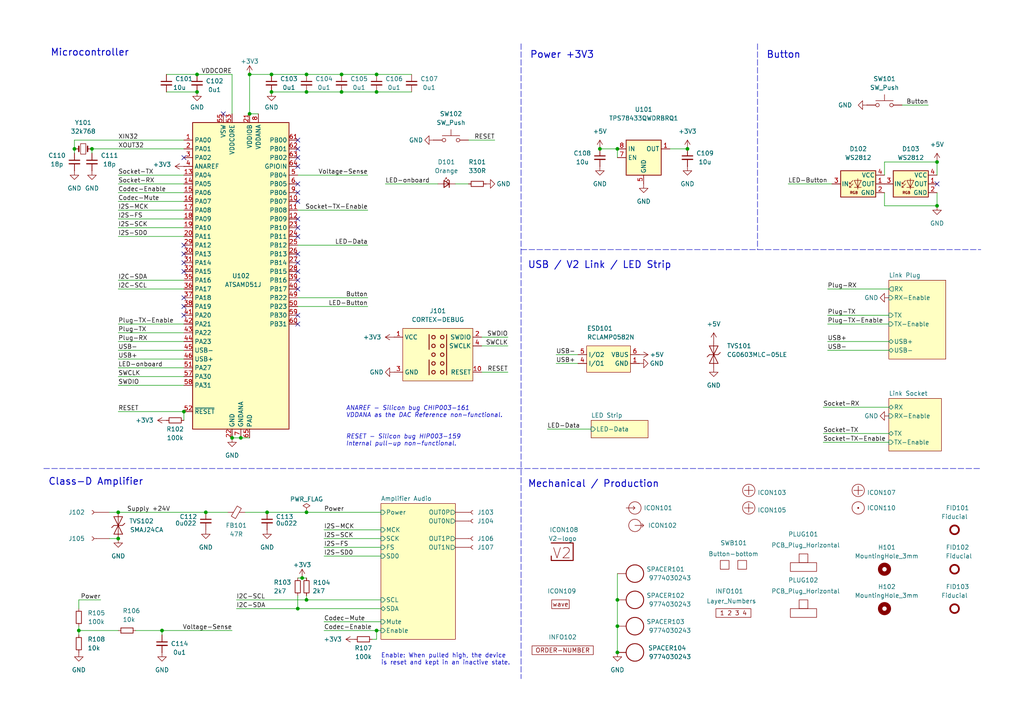
<source format=kicad_sch>
(kicad_sch (version 20231120) (generator "eeschema") (generator_version "8.0")
  (paper "A4")
  (title_block (title "V2 wave") (date "2024-06-20") (rev "3") (company "Versio Duo") (comment 1 "Power Amplifier"))
  (lib_symbols
    (symbol "Device:C_Small" (pin_numbers hide) (pin_names (offset 0.254) hide)
      (property "Reference" "C" (at 0.254 1.778 0))
      (property "Value" "C_Small" (at 0.254 -2.032 0))
      (symbol "C_Small_1_1"
        (pin passive line (at 0 2.54 270) (length 2.032) (name "~") (number "1"))
        (pin passive line (at 0 -2.54 90) (length 2.032) (name "~") (number "2"))
      )
    )
    (symbol "Device:Crystal_Small" (pin_numbers hide) (pin_names (offset 1.016) hide)
      (property "Reference" "Y" (at 0 2.54 0))
      (property "Value" "Crystal_Small" (at 0 -2.54 0))
      (symbol "Crystal_Small_1_1"
        (pin passive line (at -2.54 0 0) (length 1.27) (name "1") (number "1"))
        (pin passive line (at 2.54 0 180) (length 1.27) (name "2") (number "2"))
      )
    )
    (symbol "Device:FerriteBead_Small" (pin_numbers hide) (pin_names (offset 0))
      (property "Reference" "FB" (at 1.905 1.27 0))
      (property "Value" "FerriteBead_Small" (at 1.905 -1.27 0))
      (symbol "FerriteBead_Small_1_1"
        (pin passive line (at 0 2.54 270) (length 1.27) (name "~") (number "1"))
        (pin passive line (at 0 -2.54 90) (length 1.27) (name "~") (number "2"))
      )
    )
    (symbol "Device:LED_Small" (pin_numbers hide) (pin_names (offset 0.254) hide)
      (property "Reference" "D" (at -1.27 3.175 0))
      (property "Value" "LED_Small" (at -4.445 -2.54 0))
      (symbol "LED_Small_1_1"
        (pin passive line (at -2.54 0 0) (length 1.778) (name "K") (number "1"))
        (pin passive line (at 2.54 0 180) (length 1.778) (name "A") (number "2"))
      )
    )
    (symbol "Device:R_Small" (pin_numbers hide) (pin_names (offset 0.254) hide)
      (property "Reference" "R" (at 0.762 0.508 0))
      (property "Value" "R_Small" (at 0.762 -1.016 0))
      (symbol "R_Small_1_1"
        (pin passive line (at 0 2.54 270) (length 0.762) (name "~") (number "1"))
        (pin passive line (at 0 -2.54 90) (length 0.762) (name "~") (number "2"))
      )
    )
    (symbol "Switch:SW_Push" (pin_numbers hide) (pin_names (offset 1.016) hide)
      (property "Reference" "SW" (at 1.27 2.54 0))
      (property "Value" "SW_Push" (at 0 -1.524 0))
      (symbol "SW_Push_0_1"
        (pin passive line (at -5.08 0 0) (length 2.54) (name "1") (number "1"))
        (pin passive line (at 5.08 0 180) (length 2.54) (name "2") (number "2"))
      )
    )
    (symbol "V2_Artwork:Arrow_In" (in_bom no)
      (property "Reference" "ICON" (at -2.54 2.54 0))
    )
    (symbol "V2_Artwork:Arrow_Out" (in_bom no)
      (property "Reference" "ICON" (at -2.54 2.54 0))
    )
    (symbol "V2_Artwork:Board_wave" (in_bom no)
      (property "Reference" "ICON" (at 0 2.54 0))
      (symbol "Board_wave_1_0"
        (text "wave" (at 0 0 0) (effects (font (size 1.27 1.27))))
      )
    )
    (symbol "V2_Artwork:Dot" (in_bom no)
      (property "Reference" "ICON" (at -2.54 2.54 0))
    )
    (symbol "V2_Artwork:Plus" (in_bom no)
      (property "Reference" "ICON" (at -2.54 2.54 0))
    )
    (symbol "V2_Artwork:V2-logo" (in_bom no)
      (property "Reference" "ICON" (at -3.302 3.81 0))
      (symbol "V2-logo_1_0"
        (text "V2" (at -0.2055 -0.4053 0) (effects (font (size 3 3))))
      )
    )
    (symbol "V2_Connector_WAGO:2065" (pin_numbers hide) (pin_names (offset 1.016) hide)
      (property "Reference" "J" (at -5.08 6.35 0))
      (symbol "2065_1_1"
        (pin passive line (at -5.08 0 0) (length 3.81) (name "") (number "1"))
      )
    )
    (symbol "V2_Cortex_Debug:Cortex_Debug" (in_bom no)
      (property "Reference" "J" (at -8.89 11.43 0))
      (property "Value" "Cortex_Debug" (at -8.89 8.89 0))
      (symbol "Cortex_Debug_1_0"
        (pin power_in line (at -11.43 5.08 0) (length 2.54) (name "VCC") (number "1"))
        (pin input line (at 13.97 -5.08 180) (length 2.54) (name "RESET") (number "10"))
        (pin bidirectional line (at 13.97 5.08 180) (length 2.54) (name "SWDIO") (number "2"))
        (pin power_in line (at -11.43 -5.08 0) (length 2.54) (name "GND") (number "3"))
        (pin input line (at 13.97 2.54 180) (length 2.54) (name "SWCLK") (number "4"))
        (pin passive line (at -11.43 -5.08 0) (length 2.54) hide (name "GND") (number "5"))
      )
    )
    (symbol "V2_Diode:CG0603MLC-05LE" (pin_numbers hide) (pin_names hide)
      (property "Reference" "TVS" (at -1.27 3.81 0))
      (property "Value" "CG0603MLC-05LE" (at 0 -3.81 0))
      (symbol "CG0603MLC-05LE_1_1"
        (pin passive line (at -3.81 0 0) (length 2.54) (name "K") (number "1"))
        (pin passive line (at 3.81 0 180) (length 2.54) (name "A") (number "2"))
      )
    )
    (symbol "V2_Diode:SMAJ24CA" (pin_numbers hide) (pin_names hide)
      (property "Reference" "TVS" (at -1.27 3.81 0))
      (property "Value" "SMAJ24CA" (at 0 -3.81 0))
      (symbol "SMAJ24CA_1_1"
        (pin passive line (at -3.81 0 0) (length 2.54) (name "K") (number "1"))
        (pin passive line (at 3.81 0 180) (length 2.54) (name "A") (number "2"))
      )
    )
    (symbol "V2_ESD_Suppressor:RCLAMP0582N"
      (property "Reference" "ESD" (at -6.35 6.35 0))
      (property "Value" "RCLAMP0582N" (at -6.35 3.81 0))
      (symbol "RCLAMP0582N_1_0"
        (pin power_in line (at 8.89 -2.54 180) (length 2.54) (name "GND") (number "1"))
        (pin no_connect line (at 2.54 -10.16 0) (length 2.54) hide (name "") (number "3"))
        (pin bidirectional line (at -8.89 -2.54 0) (length 2.54) (name "I/O1") (number "4"))
        (pin bidirectional line (at -8.89 0 0) (length 2.54) (name "I/O2") (number "5"))
        (pin power_in line (at 8.89 0 180) (length 2.54) (name "VBUS") (number "6"))
      )
      (symbol "RCLAMP0582N_1_1"
        (pin no_connect line (at 2.54 -7.62 0) (length 2.54) hide (name "") (number "2"))
      )
    )
    (symbol "V2_LED:WS2812" (pin_names (offset 0.254))
      (property "Reference" "D3" (at 0 11.43 0))
      (property "Value" "WS2812" (at 0 8.89 0))
      (symbol "WS2812_0_0"
        (text "RGB" (at -1.27 -1.27 0) (effects (font (size 0.762 0.762))))
      )
      (symbol "WS2812_1_1"
        (pin output line (at 7.62 1.27 180) (length 2.54) (name "OUT") (number "1"))
        (pin power_in line (at 7.62 -1.27 180) (length 2.54) (name "GND") (number "2"))
        (pin input line (at -7.62 1.27 0) (length 2.54) (name "IN") (number "3"))
        (pin power_in line (at 7.62 3.81 180) (length 2.54) (name "VCC") (number "4"))
      )
    )
    (symbol "V2_MCU_Microchip_SAMD:ATSAMD51J"
      (property "Reference" "U" (at 5.08 -44.45 0))
      (property "Value" "ATSAMD51J" (at 5.08 -46.99 0))
      (symbol "ATSAMD51J_1_0"
        (pin bidirectional line (at 16.51 31.75 180) (length 2.54) (name "PB03") (number "64") (alternate "GPIOIN" input line))
      )
      (symbol "ATSAMD51J_1_1"
        (pin bidirectional line (at -16.51 39.37 0) (length 2.54) (name "PA00") (number "1"))
        (pin bidirectional line (at 16.51 21.59 180) (length 2.54) (name "PB07") (number "10"))
        (pin bidirectional line (at 16.51 19.05 180) (length 2.54) (name "PB08") (number "11"))
        (pin bidirectional line (at 16.51 16.51 180) (length 2.54) (name "PB09") (number "12"))
        (pin bidirectional line (at -16.51 29.21 0) (length 2.54) (name "PA04") (number "13"))
        (pin bidirectional line (at -16.51 26.67 0) (length 2.54) (name "PA05") (number "14"))
        (pin bidirectional line (at -16.51 24.13 0) (length 2.54) (name "PA06") (number "15"))
        (pin bidirectional line (at -16.51 21.59 0) (length 2.54) (name "PA07") (number "16"))
        (pin bidirectional line (at -16.51 19.05 0) (length 2.54) (name "PA08") (number "17"))
        (pin bidirectional line (at -16.51 16.51 0) (length 2.54) (name "PA09") (number "18"))
        (pin bidirectional line (at -16.51 13.97 0) (length 2.54) (name "PA10") (number "19"))
        (pin bidirectional line (at -16.51 36.83 0) (length 2.54) (name "PA01") (number "2"))
        (pin bidirectional line (at -16.51 11.43 0) (length 2.54) (name "PA11") (number "20"))
        (pin power_in line (at 2.54 46.99 270) (length 2.54) (name "VDDIOB") (number "21"))
        (pin power_in line (at -2.54 -46.99 90) (length 2.54) (name "GND") (number "22"))
        (pin bidirectional line (at 16.51 13.97 180) (length 2.54) (name "PB10") (number "23"))
        (pin bidirectional line (at 16.51 11.43 180) (length 2.54) (name "PB11") (number "24"))
        (pin bidirectional line (at 16.51 8.89 180) (length 2.54) (name "PB12") (number "25"))
        (pin bidirectional line (at 16.51 6.35 180) (length 2.54) (name "PB13") (number "26"))
        (pin bidirectional line (at 16.51 3.81 180) (length 2.54) (name "PB14") (number "27"))
        (pin bidirectional line (at 16.51 1.27 180) (length 2.54) (name "PB15") (number "28"))
        (pin bidirectional line (at -16.51 8.89 0) (length 2.54) (name "PA12") (number "29"))
        (pin bidirectional line (at -16.51 34.29 0) (length 2.54) (name "PA02") (number "3"))
        (pin bidirectional line (at -16.51 6.35 0) (length 2.54) (name "PA13") (number "30"))
        (pin bidirectional line (at -16.51 3.81 0) (length 2.54) (name "PA14") (number "31"))
        (pin bidirectional line (at -16.51 1.27 0) (length 2.54) (name "PA15") (number "32"))
        (pin passive line (at -2.54 -46.99 90) (length 2.54) hide (name "GND") (number "33"))
        (pin passive line (at 2.54 46.99 270) (length 2.54) hide (name "VDDIO") (number "34"))
        (pin bidirectional line (at -16.51 -1.27 0) (length 2.54) (name "PA16") (number "35"))
        (pin bidirectional line (at -16.51 -3.81 0) (length 2.54) (name "PA17") (number "36"))
        (pin bidirectional line (at -16.51 -6.35 0) (length 2.54) (name "PA18") (number "37"))
        (pin bidirectional line (at -16.51 -8.89 0) (length 2.54) (name "PA19") (number "38"))
        (pin bidirectional line (at 16.51 -1.27 180) (length 2.54) (name "PB16") (number "39"))
        (pin bidirectional line (at -16.51 31.75 0) (length 2.54) (name "PA03") (number "4") (alternate "ANAREF" input line))
        (pin bidirectional line (at 16.51 -3.81 180) (length 2.54) (name "PB17") (number "40"))
        (pin bidirectional line (at -16.51 -11.43 0) (length 2.54) (name "PA20") (number "41"))
        (pin bidirectional line (at -16.51 -13.97 0) (length 2.54) (name "PA21") (number "42"))
        (pin bidirectional line (at -16.51 -16.51 0) (length 2.54) (name "PA22") (number "43"))
        (pin bidirectional line (at -16.51 -19.05 0) (length 2.54) (name "PA23") (number "44"))
        (pin bidirectional line (at -16.51 -21.59 0) (length 2.54) (name "PA24") (number "45") (alternate "USB-" bidirectional line))
        (pin bidirectional line (at -16.51 -24.13 0) (length 2.54) (name "PA25") (number "46") (alternate "USB+" bidirectional line))
        (pin passive line (at -2.54 -46.99 90) (length 2.54) hide (name "GND") (number "47"))
        (pin passive line (at 2.54 46.99 270) (length 2.54) hide (name "VDDIO") (number "48"))
        (pin bidirectional line (at 16.51 -6.35 180) (length 2.54) (name "PB22") (number "49"))
        (pin bidirectional line (at 16.51 29.21 180) (length 2.54) (name "PB04") (number "5"))
        (pin bidirectional line (at 16.51 -8.89 180) (length 2.54) (name "PB23") (number "50"))
        (pin bidirectional line (at -16.51 -26.67 0) (length 2.54) (name "PA27") (number "51"))
        (pin input line (at -16.51 -39.37 0) (length 2.54) (name "~{RESET}") (number "52"))
        (pin power_out line (at -2.54 46.99 270) (length 2.54) (name "VDDCORE") (number "53"))
        (pin passive line (at -2.54 -46.99 90) (length 2.54) hide (name "GND") (number "54"))
        (pin power_in line (at -5.08 46.99 270) (length 2.54) (name "VSW") (number "55"))
        (pin passive line (at 2.54 46.99 270) (length 2.54) hide (name "VDDIO") (number "56"))
        (pin bidirectional line (at -16.51 -29.21 0) (length 2.54) (name "PA30") (number "57"))
        (pin bidirectional line (at -16.51 -31.75 0) (length 2.54) (name "PA31") (number "58"))
        (pin bidirectional line (at 16.51 -11.43 180) (length 2.54) (name "PB30") (number "59"))
        (pin bidirectional line (at 16.51 26.67 180) (length 2.54) (name "PB05") (number "6"))
        (pin bidirectional line (at 16.51 -13.97 180) (length 2.54) (name "PB31") (number "60"))
        (pin bidirectional line (at 16.51 39.37 180) (length 2.54) (name "PB00") (number "61"))
        (pin bidirectional line (at 16.51 36.83 180) (length 2.54) (name "PB01") (number "62"))
        (pin bidirectional line (at 16.51 34.29 180) (length 2.54) (name "PB02") (number "63"))
        (pin power_in line (at 2.54 -46.99 90) (length 2.54) (name "PAD") (number "65"))
        (pin power_in line (at 0 -46.99 90) (length 2.54) (name "GNDANA") (number "7"))
        (pin power_in line (at 5.08 46.99 270) (length 2.54) (name "VDDANA") (number "8"))
        (pin bidirectional line (at 16.51 24.13 180) (length 2.54) (name "PB06") (number "9"))
      )
    )
    (symbol "V2_Mechanical:Fiducial_Paste" (in_bom no)
      (property "Reference" "FID" (at 0 5.08 0))
      (property "Value" "Fiducial_Paste" (at 0 3.175 0))
    )
    (symbol "V2_Mechanical:MountingHole_3mm" (pin_names (offset 1.016)) (in_bom no)
      (property "Reference" "H" (at 0 5.08 0))
      (property "Value" "MountingHole_3mm" (at 0 3.175 0))
    )
    (symbol "V2_PCB_Devices:Button-bottom" (in_bom no)
      (property "Reference" "SWB1" (at -2.54 3.81 0))
      (property "Value" "Button-bottom" (at -6.35 -3.81 0))
    )
    (symbol "V2_PCB_Devices:PCB_Plug_Horizontal" (in_bom no)
      (property "Reference" "PLUG" (at 0 -5.08 0))
      (property "Value" "PCB_Plug_Horizontal" (at 1.27 -8.89 0))
    )
    (symbol "V2_Production:Layer_Numbers" (in_bom no)
      (property "Reference" "INFO" (at 0 3.81 0))
      (property "Value" "Layer_Numbers" (at 0 -3.81 0))
      (symbol "Layer_Numbers_0_0"
        (text "1 2 3 4" (at 0 0 0) (effects (font (size 1.27 1.27))))
      )
    )
    (symbol "V2_Production:Order_Number" (in_bom no)
      (property "Reference" "INFO" (at 0 2.54 0))
      (symbol "Order_Number_0_0"
        (text "ORDER-NUMBER" (at 0 0 0) (effects (font (size 1.27 1.27))))
      )
    )
    (symbol "V2_Regulator_Linear:TPS78433QWDRBRQ1"
      (property "Reference" "U" (at -5.08 10.16 0))
      (property "Value" "TPS78433QWDRBRQ1 " (at -5.08 7.62 0))
      (symbol "TPS78433QWDRBRQ1_0_1"
        (pin power_out line (at 7.62 2.54 180) (length 2.54) (name "OUT") (number "1"))
        (pin no_connect line (at 0 -19.05 180) (length 2.54) hide (name "") (number "2"))
        (pin no_connect line (at 0 -21.59 180) (length 2.54) hide (name "") (number "3"))
        (pin no_connect line (at 0 -24.13 180) (length 2.54) hide (name "") (number "4"))
        (pin power_in line (at 0 -7.62 90) (length 2.54) (name "GND") (number "5"))
        (pin no_connect line (at 0 -26.67 180) (length 2.54) hide (name "") (number "6"))
        (pin input line (at -7.62 0 0) (length 2.54) (name "EN") (number "7"))
        (pin power_in line (at -7.62 2.54 0) (length 2.54) (name "IN") (number "8"))
      )
      (symbol "TPS78433QWDRBRQ1_1_1"
        (pin passive line (at 0 -7.62 90) (length 2.54) hide (name "GND") (number "9"))
      )
    )
    (symbol "V2_Spacer_Wurth:9774030243" (pin_numbers hide) (pin_names hide)
      (property "Reference" "SPACER" (at 0 7.62 0))
      (property "Value" "9774030243" (at 0 5.08 0))
      (symbol "9774030243_1_0"
        (pin passive line (at -5.08 0 0) (length 2.54) (name "1") (number "1"))
      )
    )
    (symbol "power:+3V3" (power) (pin_numbers hide) (pin_names (offset 0) hide)
      (property "Value" "+3V3" (at 0 3.556 0))
      (symbol "+3V3_1_1"
        (pin power_in line (at 0 0 90) (length 0) (name "~") (number "1"))
      )
    )
    (symbol "power:+5V" (power) (pin_numbers hide) (pin_names (offset 0) hide)
      (property "Value" "+5V" (at 0 3.556 0))
      (symbol "+5V_1_1"
        (pin power_in line (at 0 0 90) (length 0) (name "~") (number "1"))
      )
    )
    (symbol "power:GND" (power) (pin_numbers hide) (pin_names (offset 0) hide)
      (property "Value" "GND" (at 0 -3.81 0))
      (symbol "GND_1_1"
        (pin power_in line (at 0 0 270) (length 0) (name "~") (number "1"))
      )
    )
    (symbol "power:PWR_FLAG" (power) (pin_numbers hide) (pin_names (offset 0) hide)
      (property "Value" "PWR_FLAG" (at 0 3.81 0))
      (symbol "PWR_FLAG_0_0"
        (pin power_out line (at 0 0 90) (length 0) (name "~") (number "1"))
      )
    )
  )
  (junction (at 88.9 21.59))
  (junction (at 72.39 33.02))
  (junction (at 88.9 148.59))
  (junction (at 57.15 21.59))
  (junction (at 78.74 26.67))
  (junction (at 99.06 26.67))
  (junction (at 173.99 43.18))
  (junction (at 34.29 148.59))
  (junction (at 179.07 189.23))
  (junction (at 34.29 156.21))
  (junction (at 99.06 21.59))
  (junction (at 78.74 21.59))
  (junction (at 88.9 26.67))
  (junction (at 88.9 173.99))
  (junction (at 86.36 176.53))
  (junction (at 67.31 127))
  (junction (at 109.22 21.59))
  (junction (at 59.69 148.59))
  (junction (at 21.59 43.18))
  (junction (at 69.85 127))
  (junction (at 72.39 21.59))
  (junction (at 271.78 59.69))
  (junction (at 179.07 173.99))
  (junction (at 22.86 182.88))
  (junction (at 46.99 182.88))
  (junction (at 109.22 182.88))
  (junction (at 77.47 148.59))
  (junction (at 179.07 43.18))
  (junction (at 26.67 43.18))
  (junction (at 179.07 181.61))
  (junction (at 199.39 43.18))
  (junction (at 109.22 26.67))
  (junction (at 87.63 167.64))
  (junction (at 271.78 46.99))
  (junction (at 57.15 26.67))
  (junction (at 53.34 119.38))
  (no_connect (at 86.36 78.74))
  (no_connect (at 86.36 91.44))
  (no_connect (at 86.36 66.04))
  (no_connect (at 86.36 76.2))
  (no_connect (at 53.34 88.9))
  (no_connect (at 86.36 63.5))
  (no_connect (at 53.34 91.44))
  (no_connect (at 53.34 45.72))
  (no_connect (at 86.36 53.34))
  (no_connect (at 86.36 55.88))
  (no_connect (at 86.36 40.64))
  (no_connect (at 86.36 58.42))
  (no_connect (at 86.36 83.82))
  (no_connect (at 86.36 43.18))
  (no_connect (at 86.36 81.28))
  (no_connect (at 86.36 48.26))
  (no_connect (at 86.36 68.58))
  (no_connect (at 53.34 76.2))
  (no_connect (at 64.77 33.02))
  (no_connect (at 53.34 73.66))
  (no_connect (at 86.36 73.66))
  (no_connect (at 53.34 71.12))
  (no_connect (at 53.34 78.74))
  (no_connect (at 271.78 53.34))
  (no_connect (at 86.36 93.98))
  (no_connect (at 53.34 86.36))
  (no_connect (at 86.36 45.72))
  (wire (pts (xy 132.08 53.34) (xy 135.89 53.34)))
  (wire (pts (xy 68.58 173.99) (xy 88.9 173.99)))
  (wire (pts (xy 53.34 93.98) (xy 34.29 93.98)))
  (wire (pts (xy 39.37 182.88) (xy 46.99 182.88)))
  (wire (pts (xy 173.99 43.18) (xy 179.07 43.18)))
  (wire (pts (xy 72.39 21.59) (xy 72.39 33.02)))
  (wire (pts (xy 93.98 180.34) (xy 110.49 180.34)))
  (wire (pts (xy 86.36 167.64) (xy 87.63 167.64)))
  (wire (pts (xy 257.81 99.06) (xy 240.03 99.06)))
  (wire (pts (xy 256.54 50.8) (xy 256.54 46.99)))
  (wire (pts (xy 257.81 128.27) (xy 238.76 128.27)))
  (wire (pts (xy 34.29 63.5) (xy 53.34 63.5)))
  (wire (pts (xy 93.98 153.67) (xy 110.49 153.67)))
  (wire (pts (xy 21.59 40.64) (xy 53.34 40.64)))
  (wire (pts (xy 34.29 55.88) (xy 53.34 55.88)))
  (polyline (pts (xy 12.7 135.89) (xy 284.48 135.89)) (stroke (width 0) (type dash)))
  (wire (pts (xy 257.81 91.44) (xy 240.03 91.44)))
  (wire (pts (xy 22.86 181.61) (xy 22.86 182.88)))
  (wire (pts (xy 109.22 185.42) (xy 107.95 185.42)))
  (wire (pts (xy 34.29 83.82) (xy 53.34 83.82)))
  (wire (pts (xy 34.29 68.58) (xy 53.34 68.58)))
  (wire (pts (xy 139.7 97.79) (xy 147.32 97.79)))
  (wire (pts (xy 69.85 127) (xy 72.39 127)))
  (wire (pts (xy 22.86 184.15) (xy 22.86 182.88)))
  (wire (pts (xy 34.29 111.76) (xy 53.34 111.76)))
  (wire (pts (xy 67.31 182.88) (xy 46.99 182.88)))
  (wire (pts (xy 21.59 40.64) (xy 21.59 43.18)))
  (wire (pts (xy 109.22 182.88) (xy 110.49 182.88)))
  (wire (pts (xy 179.07 166.37) (xy 179.07 173.99)))
  (wire (pts (xy 88.9 148.59) (xy 110.49 148.59)))
  (wire (pts (xy 53.34 96.52) (xy 34.29 96.52)))
  (wire (pts (xy 238.76 125.73) (xy 257.81 125.73)))
  (wire (pts (xy 256.54 59.69) (xy 271.78 59.69)))
  (wire (pts (xy 88.9 172.72) (xy 88.9 173.99)))
  (wire (pts (xy 161.29 105.41) (xy 167.64 105.41)))
  (wire (pts (xy 256.54 46.99) (xy 271.78 46.99)))
  (wire (pts (xy 88.9 26.67) (xy 99.06 26.67)))
  (wire (pts (xy 34.29 60.96) (xy 53.34 60.96)))
  (wire (pts (xy 57.15 21.59) (xy 48.26 21.59)))
  (wire (pts (xy 34.29 119.38) (xy 53.34 119.38)))
  (wire (pts (xy 67.31 127) (xy 69.85 127)))
  (wire (pts (xy 109.22 21.59) (xy 119.38 21.59)))
  (wire (pts (xy 158.75 124.46) (xy 171.45 124.46)))
  (wire (pts (xy 86.36 172.72) (xy 86.36 176.53)))
  (wire (pts (xy 86.36 60.96) (xy 106.68 60.96)))
  (polyline (pts (xy 151.13 72.39) (xy 284.48 72.39)) (stroke (width 0) (type dash)))
  (wire (pts (xy 77.47 148.59) (xy 88.9 148.59)))
  (wire (pts (xy 72.39 33.02) (xy 74.93 33.02)))
  (wire (pts (xy 59.69 148.59) (xy 66.04 148.59)))
  (wire (pts (xy 68.58 176.53) (xy 86.36 176.53)))
  (wire (pts (xy 53.34 119.38) (xy 53.34 121.92)))
  (wire (pts (xy 228.6 53.34) (xy 241.3 53.34)))
  (wire (pts (xy 86.36 50.8) (xy 106.68 50.8)))
  (wire (pts (xy 161.29 102.87) (xy 167.64 102.87)))
  (wire (pts (xy 135.89 40.64) (xy 143.51 40.64)))
  (wire (pts (xy 88.9 173.99) (xy 110.49 173.99)))
  (wire (pts (xy 93.98 158.75) (xy 110.49 158.75)))
  (wire (pts (xy 67.31 33.02) (xy 67.31 21.59)))
  (wire (pts (xy 271.78 55.88) (xy 271.78 59.69)))
  (wire (pts (xy 57.15 26.67) (xy 48.26 26.67)))
  (wire (pts (xy 109.22 182.88) (xy 109.22 185.42)))
  (wire (pts (xy 71.12 148.59) (xy 77.47 148.59)))
  (wire (pts (xy 257.81 83.82) (xy 240.03 83.82)))
  (wire (pts (xy 179.07 181.61) (xy 179.07 189.23)))
  (wire (pts (xy 109.22 26.67) (xy 119.38 26.67)))
  (wire (pts (xy 31.75 156.21) (xy 34.29 156.21)))
  (wire (pts (xy 86.36 86.36) (xy 106.68 86.36)))
  (wire (pts (xy 72.39 21.59) (xy 78.74 21.59)))
  (wire (pts (xy 93.98 182.88) (xy 109.22 182.88)))
  (wire (pts (xy 93.98 156.21) (xy 110.49 156.21)))
  (wire (pts (xy 22.86 173.99) (xy 29.21 173.99)))
  (wire (pts (xy 106.68 88.9) (xy 86.36 88.9)))
  (wire (pts (xy 93.98 161.29) (xy 110.49 161.29)))
  (wire (pts (xy 53.34 50.8) (xy 34.29 50.8)))
  (wire (pts (xy 139.7 100.33) (xy 147.32 100.33)))
  (wire (pts (xy 26.67 43.18) (xy 53.34 43.18)))
  (wire (pts (xy 57.15 21.59) (xy 67.31 21.59)))
  (wire (pts (xy 87.63 167.64) (xy 88.9 167.64)))
  (wire (pts (xy 78.74 21.59) (xy 88.9 21.59)))
  (wire (pts (xy 34.29 104.14) (xy 53.34 104.14)))
  (wire (pts (xy 34.29 58.42) (xy 53.34 58.42)))
  (wire (pts (xy 78.74 26.67) (xy 88.9 26.67)))
  (wire (pts (xy 179.07 43.18) (xy 179.07 45.72)))
  (polyline (pts (xy 219.71 12.7) (xy 219.71 72.39)) (stroke (width 0) (type dash)))
  (wire (pts (xy 194.31 43.18) (xy 199.39 43.18)))
  (wire (pts (xy 86.36 71.12) (xy 106.68 71.12)))
  (wire (pts (xy 34.29 148.59) (xy 59.69 148.59)))
  (wire (pts (xy 22.86 176.53) (xy 22.86 173.99)))
  (wire (pts (xy 238.76 118.11) (xy 257.81 118.11)))
  (wire (pts (xy 271.78 46.99) (xy 271.78 50.8)))
  (wire (pts (xy 46.99 184.15) (xy 46.99 182.88)))
  (wire (pts (xy 256.54 55.88) (xy 256.54 59.69)))
  (wire (pts (xy 179.07 173.99) (xy 179.07 181.61)))
  (wire (pts (xy 99.06 21.59) (xy 109.22 21.59)))
  (wire (pts (xy 261.62 30.48) (xy 269.24 30.48)))
  (wire (pts (xy 139.7 107.95) (xy 147.32 107.95)))
  (wire (pts (xy 21.59 43.18) (xy 21.59 44.45)))
  (wire (pts (xy 88.9 21.59) (xy 99.06 21.59)))
  (wire (pts (xy 53.34 53.34) (xy 34.29 53.34)))
  (wire (pts (xy 257.81 93.98) (xy 240.03 93.98)))
  (wire (pts (xy 34.29 66.04) (xy 53.34 66.04)))
  (wire (pts (xy 86.36 176.53) (xy 110.49 176.53)))
  (wire (pts (xy 257.81 101.6) (xy 240.03 101.6)))
  (wire (pts (xy 26.67 43.18) (xy 26.67 44.45)))
  (polyline (pts (xy 151.13 12.7) (xy 151.13 196.85)) (stroke (width 0) (type dash)))
  (wire (pts (xy 22.86 182.88) (xy 34.29 182.88)))
  (wire (pts (xy 34.29 106.68) (xy 53.34 106.68)))
  (wire (pts (xy 34.29 109.22) (xy 53.34 109.22)))
  (wire (pts (xy 31.75 148.59) (xy 34.29 148.59)))
  (wire (pts (xy 53.34 99.06) (xy 34.29 99.06)))
  (wire (pts (xy 34.29 81.28) (xy 53.34 81.28)))
  (wire (pts (xy 34.29 101.6) (xy 53.34 101.6)))
  (wire (pts (xy 99.06 26.67) (xy 109.22 26.67)))
  (wire (pts (xy 111.76 53.34) (xy 127 53.34)))
  (text "﻿ANAREF - Silicon bug CHIP003-161\nVDDANA as the DAC Reference non-functional." (at 100.33 121.285 0) (effects (font (size 1.27 1.27) (italic yes)) (justify left bottom)))
  (text "RESET - ﻿Silicon bug HIP003-159\nInternal pull-up non-functional." (at 100.33 129.54 0) (effects (font (size 1.27 1.27) (italic yes)) (justify left bottom)))
  (text "Button" (at 222.25 17.145 0) (effects (font (size 2 2) (thickness 0.254) (bold yes)) (justify left bottom)))
  (text "USB / V2 Link / LED Strip" (at 153.035 78.105 0) (effects (font (size 2 2) (thickness 0.254) (bold yes)) (justify left bottom)))
  (text "Mechanical / Production" (at 153.035 141.605 0) (effects (font (size 2 2) (thickness 0.254) (bold yes)) (justify left bottom)))
  (text "Power +3V3" (at 153.67 17.145 0) (effects (font (size 2 2) (thickness 0.254) (bold yes)) (justify left bottom)))
  (text "Enable: When pulled high, the device\nis reset and kept in an inactive state." (at 110.49 193.04 0) (effects (font (size 1.27 1.27)) (justify left bottom)))
  (text "Microcontroller" (at 14.605 16.51 0) (effects (font (size 2 2) (thickness 0.254) (bold yes)) (justify left bottom)))
  (text "Class-D Amplifier" (at 13.97 140.97 0) (effects (font (size 2 2) (thickness 0.254) (bold yes)) (justify left bottom)))
  (label "USB-" (at 240.03 101.6 0))
  (label "I2S-FS" (at 34.29 63.5 0))
  (label "RESET" (at 34.29 119.38 0))
  (label "Power" (at 93.98 148.59 0))
  (label "XIN32" (at 34.29 40.64 0))
  (label "SWDIO" (at 147.32 97.79 180))
  (label "I2S-SCK" (at 93.98 156.21 0))
  (label "SWCLK" (at 34.29 109.22 0))
  (label "Codec-Enable" (at 34.29 55.88 0))
  (label "Voltage-Sense" (at 106.68 50.8 180))
  (label "I2C-SCL" (at 34.29 83.82 0))
  (label "I2C-SCL" (at 68.58 173.99 0))
  (label "RESET" (at 147.32 107.95 180))
  (label "Socket-TX-Enable" (at 106.68 60.96 180))
  (label "LED-Button" (at 106.68 88.9 180))
  (label "I2S-MCK" (at 93.98 153.67 0))
  (label "XOUT32" (at 34.29 43.18 0))
  (label "Socket-RX" (at 34.29 53.34 0))
  (label "Codec-Enable" (at 93.98 182.88 0))
  (label "Plug-RX" (at 240.03 83.82 0))
  (label "SWCLK" (at 147.32 100.33 180))
  (label "LED-Button" (at 228.6 53.34 0))
  (label "Socket-TX-Enable" (at 238.76 128.27 0))
  (label "I2C-SDA" (at 34.29 81.28 0))
  (label "VDDCORE" (at 58.42 21.59 0))
  (label "Plug-TX-Enable" (at 34.29 93.98 0))
  (label "I2S-SCK" (at 34.29 66.04 0))
  (label "Supply +24V" (at 36.83 148.59 0))
  (label "LED-onboard" (at 34.29 106.68 0))
  (label "Voltage-Sense" (at 67.31 182.88 180))
  (label "I2S-SD0" (at 34.29 68.58 0))
  (label "Socket-TX" (at 34.29 50.8 0))
  (label "LED-onboard" (at 111.76 53.34 0))
  (label "Plug-RX" (at 34.29 99.06 0))
  (label "USB-" (at 161.29 102.87 0))
  (label "Plug-TX" (at 34.29 96.52 0))
  (label "Plug-TX" (at 240.03 91.44 0))
  (label "Plug-TX-Enable" (at 240.03 93.98 0))
  (label "Socket-RX" (at 238.76 118.11 0))
  (label "LED-Data" (at 158.75 124.46 0))
  (label "RESET" (at 143.51 40.64 180))
  (label "LED-Data" (at 106.68 71.12 180))
  (label "Button" (at 106.68 86.36 180))
  (label "I2S-MCK" (at 34.29 60.96 0))
  (label "Codec-Mute" (at 34.29 58.42 0))
  (label "Button" (at 269.24 30.48 180))
  (label "USB+" (at 34.29 104.14 0))
  (label "USB-" (at 34.29 101.6 0))
  (label "SWDIO" (at 34.29 111.76 0))
  (label "I2S-SD0" (at 93.98 161.29 0))
  (label "Power" (at 29.21 173.99 180))
  (label "Codec-Mute" (at 93.98 180.34 0))
  (label "USB+" (at 161.29 105.41 0))
  (label "Socket-TX" (at 238.76 125.73 0))
  (label "I2C-SDA" (at 68.58 176.53 0))
  (label "I2S-FS" (at 93.98 158.75 0))
  (label "USB+" (at 240.03 99.06 0))
  (symbol (lib_id "power:+5V") (at 185.42 102.87 270) (unit 1)
    (property "Reference" "#PWR0120" (effects (hide yes)))
    (property "Value" "+5V" (at 190.5 102.87 90))
  )
  (symbol (lib_id "power:+5V") (at 207.01 99.06 0) (unit 1)
    (property "Reference" "#PWR0119" (effects (hide yes)))
    (property "Value" "+5V" (at 207.01 93.98 0))
  )
  (symbol (lib_id "Device:C_Small") (at 109.22 24.13 0) (unit 1)
    (property "Reference" "C106" (at 111.76 22.8662 0) (effects (justify left)))
    (property "Value" "0u1" (at 114.3 25.4062 0))
    (property "Footprint" "Capacitor_SMD:C_0603_1608Metric" (effects (hide yes)))
  )
  (symbol (lib_id "power:GND") (at 271.78 59.69 0) (unit 1)
    (property "Reference" "#PWR0116" (effects (hide yes)))
    (property "Value" "GND" (at 271.78 64.77 0))
  )
  (symbol (lib_id "power:+3V3") (at 199.39 43.18 0) (unit 1)
    (property "Reference" "#PWR0107" (effects (hide yes)))
    (property "Value" "+3V3" (at 199.39 38.1 0))
  )
  (symbol (lib_id "Switch:SW_Push") (at 256.54 30.48 0) (unit 1)
    (property "Reference" "SW101" (at 256.54 22.86 0))
    (property "Value" "SW_Push" (at 256.54 25.4 0))
    (property "Footprint" "V2_Button_Switch_SMD:SKSG" (effects (hide yes)))
  )
  (symbol (lib_id "Device:FerriteBead_Small") (at 68.58 148.59 90) (unit 1)
    (property "Reference" "FB101" (at 68.5419 152.4 90))
    (property "Value" "47R" (at 68.5419 154.94 90))
    (property "Footprint" "V2_Inductor_SMD:L_3.1x5.1" (effects (hide yes)))
  )
  (symbol (lib_id "V2_Artwork:Arrow_In") (at 184.15 147.32 0) (unit 1) (in_bom no)
    (property "Reference" "ICON101" (at 186.69 147.3199 0) (effects (justify left)))
    (property "Value" "Arrow_In" (effects (hide yes)))
    (property "Footprint" "V2_Artwork:Arrow_In" (effects (hide yes)))
    (property "Sim.Enable" "0" (effects (hide yes)))
  )
  (symbol (lib_id "power:GND") (at 199.39 48.26 0) (unit 1)
    (property "Reference" "#PWR0111" (effects (hide yes)))
    (property "Value" "GND" (at 199.39 53.34 0))
  )
  (symbol (lib_id "power:GND") (at 67.31 127 0) (unit 1)
    (property "Reference" "#PWR0126" (effects (hide yes)))
    (property "Value" "GND" (at 67.31 132.08 0))
  )
  (symbol (lib_id "V2_Spacer_Wurth:9774030243") (at 184.15 189.23 0) (unit 1) (exclude_from_sim yes)
    (property "Reference" "SPACER104" (at 187.96 187.96 0) (effects (justify left)))
    (property "Value" "9774030243" (at 194.31 190.5 0))
    (property "Footprint" "V2_Spacer_Wurth:9774030243" (effects (hide yes)))
    (property "Sim.Enable" "0" (effects (hide yes)))
  )
  (symbol (lib_id "V2_Regulator_Linear:TPS78433QWDRBRQ1") (at 186.69 45.72 0) (unit 1)
    (property "Reference" "U101" (at 186.69 31.75 0))
    (property "Value" "TPS78433QWDRBRQ1" (at 186.69 34.29 0))
    (property "Footprint" "V2_Package_SON:VSON-8-1_3x3mm_P0.65_EP1.65x2.4mm" (effects (hide yes)))
    (property "Datasheet" "https://www.ti.com/product/TPS784-Q1" (effects (hide yes)))
  )
  (symbol (lib_id "power:GND") (at 26.67 49.53 0) (unit 1)
    (property "Reference" "#PWR0113" (effects (hide yes)))
    (property "Value" "GND" (at 26.67 54.61 0))
  )
  (symbol (lib_id "Device:LED_Small") (at 129.54 53.34 0) (mirror y) (unit 1)
    (property "Reference" "D101" (at 129.4765 46.99 0))
    (property "Value" "Orange" (at 129.4765 49.53 0))
    (property "Footprint" "LED_SMD:LED_0603_1608Metric" (effects (hide yes)))
  )
  (symbol (lib_id "power:GND") (at 57.15 26.67 0) (unit 1)
    (property "Reference" "#PWR0102" (effects (hide yes)))
    (property "Value" "GND" (at 57.15 31.115 0))
  )
  (symbol (lib_id "V2_LED:WS2812") (at 248.92 54.61 0) (unit 1)
    (property "Reference" "D102" (at 248.92 43.18 0))
    (property "Value" "WS2812" (at 248.92 45.72 0))
    (property "Footprint" "V2_LED:WS2812-2020" (effects (hide yes)))
  )
  (symbol (lib_id "V2_Artwork:Plus") (at 217.17 147.32 0) (unit 1) (exclude_from_sim yes) (in_bom no)
    (property "Reference" "ICON105" (at 219.71 147.955 0) (effects (justify left)))
    (property "Value" "Plus" (effects (hide yes)))
    (property "Footprint" "V2_Artwork:Plus_Small" (effects (hide yes)))
    (property "Sim.Enable" "0" (effects (hide yes)))
  )
  (symbol (lib_id "V2_Artwork:Plus") (at 217.17 142.24 0) (unit 1) (exclude_from_sim yes) (in_bom no)
    (property "Reference" "ICON103" (at 219.71 142.875 0) (effects (justify left)))
    (property "Value" "Plus" (effects (hide yes)))
    (property "Footprint" "V2_Artwork:Plus_Small" (effects (hide yes)))
    (property "Sim.Enable" "0" (effects (hide yes)))
  )
  (symbol (lib_id "V2_Artwork:Board_wave") (at 162.56 175.26 0) (unit 1) (exclude_from_sim yes) (in_bom no)
    (property "Reference" "ICON109" (at 158.75 171.45 0) (effects (justify left)))
    (property "Value" "Board_wave" (effects (hide yes)))
    (property "Footprint" "V2_Artwork:Board_wave_Small" (effects (hide yes)))
    (property "Sim.Enable" "0" (effects (hide yes)))
  )
  (symbol (lib_id "V2_Diode:CG0603MLC-05LE") (at 207.01 102.87 90) (unit 1)
    (property "Reference" "TVS101" (at 210.82 100.33 90) (effects (justify right)))
    (property "Value" "CG0603MLC-05LE" (at 210.82 102.87 90) (effects (justify right)))
    (property "Footprint" "Diode_SMD:D_0603_1608Metric" (effects (hide yes)))
  )
  (symbol (lib_id "Device:R_Small") (at 86.36 170.18 0) (unit 1)
    (property "Reference" "R103" (at 79.375 168.91 0) (effects (justify left)))
    (property "Value" "2k7" (at 79.375 171.45 0) (effects (justify left)))
    (property "Footprint" "Resistor_SMD:R_0603_1608Metric" (effects (hide yes)))
  )
  (symbol (lib_id "V2_PCB_Devices:Button-bottom") (at 212.725 163.83 0) (unit 1) (exclude_from_sim yes) (in_bom no)
    (property "Reference" "SWB101" (at 208.915 157.48 0) (effects (justify left)))
    (property "Value" "Button-bottom" (at 212.725 160.655 0))
    (property "Footprint" "V2_PCB_Devices:PCB_Button-bottom" (effects (hide yes)))
    (property "Sim.Enable" "0" (effects (hide yes)))
  )
  (symbol (lib_id "Device:R_Small") (at 22.86 186.69 0) (unit 1)
    (property "Reference" "R108" (at 25.4 185.42 0) (effects (justify left)))
    (property "Value" "10k" (at 25.4 187.96 0) (effects (justify left)))
    (property "Footprint" "Resistor_SMD:R_0603_1608Metric" (effects (hide yes)))
  )
  (symbol (lib_id "Device:C_Small") (at 199.39 45.72 0) (unit 1)
    (property "Reference" "C109" (at 201.93 44.45 0) (effects (justify left)))
    (property "Value" "10u" (at 204.47 46.99 0))
    (property "Footprint" "Capacitor_SMD:C_0603_1608Metric" (effects (hide yes)))
  )
  (symbol (lib_id "V2_ESD_Suppressor:RCLAMP0582N") (at 176.53 102.87 0) (unit 1)
    (property "Reference" "ESD101" (at 173.99 95.25 0))
    (property "Value" "RCLAMP0582N" (at 177.165 97.79 0))
    (property "Footprint" "V2_ESD_Suppressor:SLP1210N6" (effects (hide yes)))
  )
  (symbol (lib_id "power:+3V3") (at 72.39 21.59 0) (unit 1)
    (property "Reference" "#PWR0101" (effects (hide yes)))
    (property "Value" "+3V3" (at 72.39 17.78 0))
  )
  (symbol (lib_id "V2_Artwork:Arrow_Out") (at 184.15 152.4 0) (unit 1) (in_bom no)
    (property "Reference" "ICON102" (at 187.96 152.3999 0) (effects (justify left)))
    (property "Value" "Arrow_Out" (effects (hide yes)))
    (property "Footprint" "V2_Artwork:Arrow_Out" (effects (hide yes)))
    (property "Sim.Enable" "0" (effects (hide yes)))
  )
  (symbol (lib_id "power:+5V") (at 271.78 46.99 0) (unit 1)
    (property "Reference" "#PWR0108" (effects (hide yes)))
    (property "Value" "+5V" (at 271.78 41.91 0))
  )
  (symbol (lib_id "V2_Diode:SMAJ24CA") (at 34.29 152.4 90) (unit 1)
    (property "Reference" "TVS102" (at 37.465 151.1299 90) (effects (justify right)))
    (property "Value" "SMAJ24CA" (at 42.545 153.6699 90))
    (property "Footprint" "Diode_SMD:D_SMA" (effects (hide yes)))
  )
  (symbol (lib_id "power:+3V3") (at 48.26 121.92 90) (unit 1)
    (property "Reference" "#PWR0125" (effects (hide yes)))
    (property "Value" "+3V3" (at 41.91 121.92 90))
  )
  (symbol (lib_id "V2_Connector_WAGO:2065") (at 26.67 148.59 180) (unit 1) (exclude_from_sim yes)
    (property "Reference" "J102" (at 22.225 148.59 0))
    (property "Value" "WAGO-2065" (effects (hide yes)))
    (property "Footprint" "V2_Connector_WAGO:2065-100" (effects (hide yes)))
    (property "Sim.Enable" "0" (effects (hide yes)))
  )
  (symbol (lib_id "V2_Mechanical:MountingHole_3mm") (at 256.54 176.53 0) (unit 1) (exclude_from_sim yes) (in_bom no)
    (property "Reference" "H102" (at 254.635 170.1799 0) (effects (justify left)))
    (property "Value" "MountingHole_3mm" (at 257.175 172.7199 0))
    (property "Footprint" "V2_Mechanical:MountingHole_3mm" (effects (hide yes)))
    (property "Sim.Enable" "0" (effects (hide yes)))
  )
  (symbol (lib_id "Device:C_Small") (at 119.38 24.13 0) (unit 1)
    (property "Reference" "C107" (at 121.92 22.8662 0) (effects (justify left)))
    (property "Value" "0u1" (at 124.46 25.4062 0))
    (property "Footprint" "Capacitor_SMD:C_0603_1608Metric" (effects (hide yes)))
  )
  (symbol (lib_id "power:GND") (at 22.86 189.23 0) (unit 1)
    (property "Reference" "#PWR0132" (effects (hide yes)))
    (property "Value" "GND" (at 22.86 194.31 0))
  )
  (symbol (lib_id "V2_Connector_WAGO:2065") (at 137.16 158.75 0) (unit 1) (exclude_from_sim yes)
    (property "Reference" "J107" (at 138.43 158.75 0) (effects (justify left)))
    (property "Value" "WAGO-2065" (effects (hide yes)))
    (property "Footprint" "V2_Connector_WAGO:2065-100" (effects (hide yes)))
    (property "Sim.Enable" "0" (effects (hide yes)))
  )
  (symbol (lib_id "V2_Cortex_Debug:Cortex_Debug") (at 125.73 102.87 0) (unit 1) (exclude_from_sim yes) (in_bom no)
    (property "Reference" "J101" (at 127 90.17 0))
    (property "Value" "CORTEX-DEBUG" (at 127 92.71 0))
    (property "Footprint" "V2_Cortex_Debug:Cortex_Debug_Pad" (effects (hide yes)))
    (property "Sim.Enable" "0" (effects (hide yes)))
  )
  (symbol (lib_id "power:GND") (at 21.59 49.53 0) (unit 1)
    (property "Reference" "#PWR0112" (effects (hide yes)))
    (property "Value" "GND" (at 21.59 54.61 0))
  )
  (symbol (lib_id "V2_Artwork:Plus") (at 248.92 142.24 0) (unit 1) (exclude_from_sim yes) (in_bom no)
    (property "Reference" "ICON107" (at 251.46 142.875 0) (effects (justify left)))
    (property "Value" "Plus" (effects (hide yes)))
    (property "Footprint" "V2_Artwork:Plus_Small" (effects (hide yes)))
    (property "Sim.Enable" "0" (effects (hide yes)))
  )
  (symbol (lib_id "power:GND") (at 114.3 107.95 270) (unit 1)
    (property "Reference" "#PWR0123" (effects (hide yes)))
    (property "Value" "GND" (at 109.22 107.95 90))
  )
  (symbol (lib_id "V2_MCU_Microchip_SAMD:ATSAMD51J") (at 69.85 80.01 0) (unit 1)
    (property "Reference" "U102" (at 67.31 80.01 0) (effects (justify left)))
    (property "Value" "ATSAMD51J" (at 70.5359 82.55 0))
    (property "Footprint" "V2_Package_DFN_QFN:QFN-64-1EP_9x9mm_P0.5mm_EP4.8x4.8mm_ThermalVias" (effects (hide yes)))
    (property "Datasheet" "http://ww1.microchip.com/downloads/en/DeviceDoc/60001507E.pdf" (effects (hide yes)))
    (pin "64" (alternate "GPIOIN"))
    (pin "4" (alternate "ANAREF"))
    (pin "45" (alternate "USB-"))
    (pin "46" (alternate "USB+"))
  )
  (symbol (lib_id "power:GND") (at 185.42 105.41 90) (unit 1)
    (property "Reference" "#PWR0121" (effects (hide yes)))
    (property "Value" "GND" (at 190.5 105.41 90))
  )
  (symbol (lib_id "V2_LED:WS2812") (at 264.16 54.61 0) (unit 1)
    (property "Reference" "D103" (at 264.16 43.18 0))
    (property "Value" "WS2812" (at 264.16 45.72 0))
    (property "Footprint" "V2_LED:WS2812-2020" (effects (hide yes)))
  )
  (symbol (lib_id "power:GND") (at 59.69 153.67 0) (unit 1)
    (property "Reference" "#PWR0127" (effects (hide yes)))
    (property "Value" "GND" (at 59.69 158.75 0))
  )
  (symbol (lib_id "power:+5V") (at 173.99 43.18 0) (unit 1)
    (property "Reference" "#PWR0106" (effects (hide yes)))
    (property "Value" "+5V" (at 173.99 38.1 0))
  )
  (symbol (lib_id "power:+3V3") (at 53.34 48.26 90) (unit 1)
    (property "Reference" "#PWR0109" (effects (hide yes)))
    (property "Value" "+3V3" (at 46.99 46.99 90) (effects (justify bottom)))
  )
  (symbol (lib_id "V2_Spacer_Wurth:9774030243") (at 184.15 173.99 0) (unit 1) (exclude_from_sim yes)
    (property "Reference" "SPACER102" (at 193.04 172.72 0))
    (property "Value" "9774030243" (at 194.31 175.26 0))
    (property "Footprint" "V2_Spacer_Wurth:9774030243" (effects (hide yes)))
    (property "Sim.Enable" "0" (effects (hide yes)))
  )
  (symbol (lib_id "power:GND") (at 78.74 26.67 0) (unit 1)
    (property "Reference" "#PWR0103" (effects (hide yes)))
    (property "Value" "GND" (at 78.74 31.115 0))
  )
  (symbol (lib_id "power:GND") (at 257.81 120.65 270) (unit 1)
    (property "Reference" "#PWR0124" (effects (hide yes)))
    (property "Value" "GND" (at 252.73 120.65 90))
  )
  (symbol (lib_id "Device:R_Small") (at 36.83 182.88 90) (unit 1)
    (property "Reference" "R106" (at 35.56 177.165 90) (effects (justify right)))
    (property "Value" "10k" (at 35.56 179.705 90) (effects (justify right)))
    (property "Footprint" "Resistor_SMD:R_0603_1608Metric" (effects (hide yes)))
  )
  (symbol (lib_id "power:+3V3") (at 87.63 167.64 0) (unit 1)
    (property "Reference" "#PWR0130" (effects (hide yes)))
    (property "Value" "+3V3" (at 87.63 163.83 0))
  )
  (symbol (lib_id "V2_Spacer_Wurth:9774030243") (at 184.15 166.37 0) (unit 1) (exclude_from_sim yes)
    (property "Reference" "SPACER101" (at 193.04 165.1 0))
    (property "Value" "9774030243" (at 194.31 167.64 0))
    (property "Footprint" "V2_Spacer_Wurth:9774030243" (effects (hide yes)))
    (property "Sim.Enable" "0" (effects (hide yes)))
  )
  (symbol (lib_id "power:GND") (at 251.46 30.48 270) (unit 1)
    (property "Reference" "#PWR0104" (effects (hide yes)))
    (property "Value" "GND" (at 245.11 30.48 90))
  )
  (symbol (lib_id "V2_Production:Order_Number") (at 163.195 188.595 0) (unit 1) (exclude_from_sim yes) (in_bom no)
    (property "Reference" "INFO102" (at 163.195 184.785 0))
    (property "Value" "ORDER-NUMBER" (effects (hide yes)))
    (property "Footprint" "V2_Production:Order_Number" (effects (hide yes)))
    (property "Sim.Enable" "0" (effects (hide yes)))
  )
  (symbol (lib_id "power:+3V3") (at 114.3 97.79 90) (unit 1)
    (property "Reference" "#PWR0118" (effects (hide yes)))
    (property "Value" "+3V3" (at 107.95 97.79 90))
  )
  (symbol (lib_id "V2_PCB_Devices:PCB_Plug_Horizontal") (at 233.045 163.195 0) (unit 1) (exclude_from_sim yes) (in_bom no)
    (property "Reference" "PLUG101" (at 228.6 154.9399 0) (effects (justify left)))
    (property "Value" "PCB_Plug_Horizontal" (at 233.68 158.1149 0))
    (property "Footprint" "V2_PCB_Devices:PCB_Plug_Horizontal" (effects (hide yes)))
    (property "Sim.Enable" "0" (effects (hide yes)))
  )
  (symbol (lib_id "Device:C_Small") (at 173.99 45.72 0) (unit 1)
    (property "Reference" "C108" (at 171.45 44.45 0) (effects (justify right)))
    (property "Value" "10u" (at 168.91 46.99 0))
    (property "Footprint" "Capacitor_SMD:C_0603_1608Metric" (effects (hide yes)))
  )
  (symbol (lib_id "V2_Production:Layer_Numbers") (at 212.725 177.8 0) (unit 1) (exclude_from_sim yes) (in_bom no)
    (property "Reference" "INFO101" (at 207.4169 171.4856 0) (effects (justify left)))
    (property "Value" "Layer_Numbers" (at 212.1234 174.3285 0))
    (property "Footprint" "V2_Production:Layer_Numbers" (effects (hide yes)))
    (property "Sim.Enable" "0" (effects (hide yes)))
  )
  (symbol (lib_id "Device:R_Small") (at 22.86 179.07 0) (unit 1)
    (property "Reference" "R105" (at 25.4 177.8 0) (effects (justify left)))
    (property "Value" "100k" (at 27.94 180.34 0))
    (property "Footprint" "Resistor_SMD:R_0603_1608Metric" (effects (hide yes)))
  )
  (symbol (lib_id "Device:Crystal_Small") (at 24.13 43.18 0) (unit 1)
    (property "Reference" "Y101" (at 24.13 35.56 0))
    (property "Value" "32k768" (at 24.13 38.1 0))
    (property "Footprint" "V2_Crystal:Crystal_SMD_3215-2Pin_3.2x1.5mm" (effects (hide yes)))
  )
  (symbol (lib_id "V2_Connector_WAGO:2065") (at 137.16 148.59 0) (unit 1) (exclude_from_sim yes)
    (property "Reference" "J103" (at 138.43 148.59 0) (effects (justify left)))
    (property "Value" "WAGO-2065" (effects (hide yes)))
    (property "Footprint" "V2_Connector_WAGO:2065-100" (effects (hide yes)))
    (property "Sim.Enable" "0" (effects (hide yes)))
  )
  (symbol (lib_id "Device:C_Small") (at 26.67 46.99 0) (unit 1)
    (property "Reference" "C111" (at 29.21 45.0913 0) (effects (justify left)))
    (property "Value" "18p" (at 31.75 47.6313 0))
    (property "Footprint" "Capacitor_SMD:C_0603_1608Metric" (effects (hide yes)))
  )
  (symbol (lib_id "Device:C_Small") (at 48.26 24.13 0) (unit 1)
    (property "Reference" "C101" (at 50.8 22.86 0) (effects (justify left)))
    (property "Value" "10u" (at 52.07 25.4 0))
    (property "Footprint" "Capacitor_SMD:C_0603_1608Metric" (effects (hide yes)))
  )
  (symbol (lib_id "Device:C_Small") (at 57.15 24.13 0) (unit 1)
    (property "Reference" "C102" (at 59.69 23.5013 0) (effects (justify left)))
    (property "Value" "0u1" (at 62.23 26.0413 0))
    (property "Footprint" "Capacitor_SMD:C_0603_1608Metric" (effects (hide yes)))
  )
  (symbol (lib_id "power:GND") (at 173.99 48.26 0) (unit 1)
    (property "Reference" "#PWR0110" (effects (hide yes)))
    (property "Value" "GND" (at 173.99 53.34 0))
  )
  (symbol (lib_id "V2_Mechanical:Fiducial_Paste") (at 276.86 153.67 0) (unit 1) (exclude_from_sim yes) (in_bom no)
    (property "Reference" "FID101" (at 274.32 147.32 0) (effects (justify left)))
    (property "Value" "Fiducial" (at 276.86 149.86 0))
    (property "Footprint" "V2_Fiducial:Fiducial_0.5mm_Mask1mm_Paste" (effects (hide yes)))
    (property "Sim.Enable" "0" (effects (hide yes)))
  )
  (symbol (lib_id "Device:C_Small") (at 21.59 46.99 0) (unit 1)
    (property "Reference" "C110" (at 13.97 45.0913 0) (effects (justify left)))
    (property "Value" "18p" (at 16.51 47.6313 0))
    (property "Footprint" "Capacitor_SMD:C_0603_1608Metric" (effects (hide yes)))
  )
  (symbol (lib_id "power:PWR_FLAG") (at 88.9 148.59 0) (unit 1)
    (property "Reference" "#FLG0101" (effects (hide yes)))
    (property "Value" "PWR_FLAG" (at 88.9 144.78 0))
  )
  (symbol (lib_id "power:GND") (at 77.47 153.67 0) (unit 1)
    (property "Reference" "#PWR0128" (effects (hide yes)))
    (property "Value" "GND" (at 77.47 158.75 0))
  )
  (symbol (lib_id "Device:C_Small") (at 46.99 186.69 0) (unit 1)
    (property "Reference" "C114" (at 49.53 186.6962 0) (effects (justify left)))
    (property "Value" "0u1" (at 52.07 189.23 0))
    (property "Footprint" "Capacitor_SMD:C_0603_1608Metric" (effects (hide yes)))
  )
  (symbol (lib_id "V2_Spacer_Wurth:9774030243") (at 184.15 181.61 0) (unit 1) (exclude_from_sim yes)
    (property "Reference" "SPACER103" (at 193.04 180.34 0))
    (property "Value" "9774030243" (at 194.31 182.88 0))
    (property "Footprint" "V2_Spacer_Wurth:9774030243" (effects (hide yes)))
    (property "Sim.Enable" "0" (effects (hide yes)))
  )
  (symbol (lib_id "power:GND") (at 186.69 53.34 0) (unit 1)
    (property "Reference" "#PWR0115" (effects (hide yes)))
    (property "Value" "GND" (at 186.69 58.42 0))
  )
  (symbol (lib_id "power:GND") (at 140.97 53.34 90) (unit 1)
    (property "Reference" "#PWR0114" (effects (hide yes)))
    (property "Value" "GND" (at 146.05 53.34 90))
  )
  (symbol (lib_id "V2_Artwork:Dot") (at 248.92 147.32 0) (unit 1) (exclude_from_sim yes) (in_bom no)
    (property "Reference" "ICON110" (at 251.46 147.32 0) (effects (justify left)))
    (property "Value" "Dot" (effects (hide yes)))
    (property "Footprint" "V2_Artwork:Dot_Small" (effects (hide yes)))
    (property "Sim.Enable" "0" (effects (hide yes)))
  )
  (symbol (lib_id "Device:R_Small") (at 138.43 53.34 90) (unit 1)
    (property "Reference" "R101" (at 138.43 46.99 90))
    (property "Value" "330R" (at 138.43 49.53 90))
    (property "Footprint" "Resistor_SMD:R_0603_1608Metric" (effects (hide yes)))
  )
  (symbol (lib_id "Device:R_Small") (at 88.9 170.18 0) (unit 1)
    (property "Reference" "R104" (at 90.7202 168.9791 0) (effects (justify left)))
    (property "Value" "2k7" (at 90.6267 171.4105 0) (effects (justify left)))
    (property "Footprint" "Resistor_SMD:R_0603_1608Metric" (effects (hide yes)))
  )
  (symbol (lib_id "power:+3V3") (at 102.87 185.42 90) (unit 1)
    (property "Reference" "#PWR0131" (effects (hide yes)))
    (property "Value" "+3V3" (at 96.52 185.42 90))
  )
  (symbol (lib_id "Device:C_Small") (at 99.06 24.13 0) (unit 1)
    (property "Reference" "C105" (at 101.6 22.86 0) (effects (justify left)))
    (property "Value" "0u1" (at 104.14 25.4 0))
    (property "Footprint" "Capacitor_SMD:C_0603_1608Metric" (effects (hide yes)))
  )
  (symbol (lib_id "Device:C_Small") (at 77.47 151.13 0) (unit 1)
    (property "Reference" "C113" (at 80.01 149.86 0) (effects (justify left)))
    (property "Value" "0u022" (at 80.01 151.7713 0) (effects (justify left)))
    (property "Footprint" "Capacitor_SMD:C_0603_1608Metric" (effects (hide yes)))
  )
  (symbol (lib_id "Device:C_Small") (at 59.69 151.13 0) (unit 1)
    (property "Reference" "C112" (at 52.07 149.86 0) (effects (justify left)))
    (property "Value" "0u022" (at 50.8 151.7713 0) (effects (justify left)))
    (property "Footprint" "Capacitor_SMD:C_0603_1608Metric" (effects (hide yes)))
  )
  (symbol (lib_id "power:GND") (at 34.29 156.21 0) (unit 1)
    (property "Reference" "#PWR0129" (effects (hide yes)))
    (property "Value" "GND" (at 34.29 161.29 0))
  )
  (symbol (lib_id "Device:C_Small") (at 78.74 24.13 0) (unit 1)
    (property "Reference" "C103" (at 86.36 22.86 0) (effects (justify right)))
    (property "Value" "0u1" (at 83.82 25.4 0))
    (property "Footprint" "Capacitor_SMD:C_0603_1608Metric" (effects (hide yes)))
  )
  (symbol (lib_id "Device:R_Small") (at 105.41 185.42 90) (unit 1)
    (property "Reference" "R107" (at 105.41 187.96 90))
    (property "Value" "100k" (at 105.41 190.5 90))
    (property "Footprint" "Resistor_SMD:R_0603_1608Metric" (effects (hide yes)))
  )
  (symbol (lib_id "V2_Mechanical:Fiducial_Paste") (at 276.86 165.1 0) (unit 1) (exclude_from_sim yes) (in_bom no)
    (property "Reference" "FID102" (at 274.32 158.75 0) (effects (justify left)))
    (property "Value" "Fiducial" (at 278.13 161.29 0))
    (property "Footprint" "V2_Fiducial:Fiducial_0.5mm_Mask1mm_Paste" (effects (hide yes)))
    (property "Sim.Enable" "0" (effects (hide yes)))
  )
  (symbol (lib_id "V2_Connector_WAGO:2065") (at 137.16 151.13 0) (unit 1) (exclude_from_sim yes)
    (property "Reference" "J104" (at 138.43 151.13 0) (effects (justify left)))
    (property "Value" "WAGO-2065" (effects (hide yes)))
    (property "Footprint" "V2_Connector_WAGO:2065-100" (effects (hide yes)))
    (property "Sim.Enable" "0" (effects (hide yes)))
  )
  (symbol (lib_id "Switch:SW_Push") (at 130.81 40.64 0) (unit 1)
    (property "Reference" "SW102" (at 130.81 33.02 0))
    (property "Value" "SW_Push" (at 130.81 35.56 0))
    (property "Footprint" "V2_Button_Switch_SMD:SKSG" (effects (hide yes)))
  )
  (symbol (lib_id "power:GND") (at 207.01 106.68 0) (unit 1)
    (property "Reference" "#PWR0122" (effects (hide yes)))
    (property "Value" "GND" (at 207.01 111.76 0))
  )
  (symbol (lib_id "V2_Connector_WAGO:2065") (at 137.16 156.21 0) (unit 1) (exclude_from_sim yes)
    (property "Reference" "J106" (at 138.43 156.21 0) (effects (justify left)))
    (property "Value" "WAGO-2065" (effects (hide yes)))
    (property "Footprint" "V2_Connector_WAGO:2065-100" (effects (hide yes)))
    (property "Sim.Enable" "0" (effects (hide yes)))
  )
  (symbol (lib_id "power:GND") (at 125.73 40.64 270) (unit 1)
    (property "Reference" "#PWR0105" (effects (hide yes)))
    (property "Value" "GND" (at 120.65 40.64 90))
  )
  (symbol (lib_id "power:GND") (at 257.81 86.36 270) (unit 1)
    (property "Reference" "#PWR0117" (effects (hide yes)))
    (property "Value" "GND" (at 252.73 86.36 90))
  )
  (symbol (lib_id "Device:C_Small") (at 88.9 24.13 0) (unit 1)
    (property "Reference" "C104" (at 91.44 22.86 0) (effects (justify left)))
    (property "Value" "0u1" (at 93.98 25.4 0))
    (property "Footprint" "Capacitor_SMD:C_0603_1608Metric" (effects (hide yes)))
  )
  (symbol (lib_id "power:GND") (at 179.07 189.23 0) (unit 1)
    (property "Reference" "#PWR0134" (effects (hide yes)))
    (property "Value" "GND" (at 179.07 194.31 0))
  )
  (symbol (lib_id "V2_Mechanical:Fiducial_Paste") (at 276.86 176.53 0) (unit 1) (exclude_from_sim yes) (in_bom no)
    (property "Reference" "FID103" (at 274.32 170.18 0) (effects (justify left)))
    (property "Value" "Fiducial" (at 276.86 172.72 0))
    (property "Footprint" "V2_Fiducial:Fiducial_0.5mm_Mask1mm_Paste" (effects (hide yes)))
    (property "Sim.Enable" "0" (effects (hide yes)))
  )
  (symbol (lib_id "V2_Connector_WAGO:2065") (at 26.67 156.21 180) (unit 1) (exclude_from_sim yes)
    (property "Reference" "J105" (at 22.225 156.21 0))
    (property "Value" "WAGO-2065" (effects (hide yes)))
    (property "Footprint" "V2_Connector_WAGO:2065-100" (effects (hide yes)))
    (property "Sim.Enable" "0" (effects (hide yes)))
  )
  (symbol (lib_id "V2_Mechanical:MountingHole_3mm") (at 256.54 165.1 0) (unit 1) (exclude_from_sim yes) (in_bom no)
    (property "Reference" "H101" (at 254.635 158.7499 0) (effects (justify left)))
    (property "Value" "MountingHole_3mm" (at 257.175 161.2899 0))
    (property "Footprint" "V2_Mechanical:MountingHole_3mm" (effects (hide yes)))
    (property "Sim.Enable" "0" (effects (hide yes)))
  )
  (symbol (lib_id "Device:R_Small") (at 50.8 121.92 90) (unit 1)
    (property "Reference" "R102" (at 50.8 124.46 90))
    (property "Value" "100k" (at 50.8 127 90))
    (property "Footprint" "Resistor_SMD:R_0603_1608Metric" (effects (hide yes)))
  )
  (symbol (lib_id "power:GND") (at 46.99 189.23 0) (unit 1)
    (property "Reference" "#PWR0133" (effects (hide yes)))
    (property "Value" "GND" (at 46.99 194.31 0))
  )
  (symbol (lib_id "V2_Artwork:V2-logo") (at 163.195 160.02 0) (unit 1) (exclude_from_sim yes) (in_bom no)
    (property "Reference" "ICON108" (at 159.385 153.67 0) (effects (justify left)))
    (property "Value" "V2-logo" (at 163.195 156.21 0))
    (property "Footprint" "V2_Artwork:Logo_Small" (effects (hide yes)))
    (property "Sim.Enable" "0" (effects (hide yes)))
  )
  (symbol (lib_id "V2_PCB_Devices:PCB_Plug_Horizontal") (at 233.045 176.53 0) (unit 1) (exclude_from_sim yes) (in_bom no)
    (property "Reference" "PLUG102" (at 228.6 168.2749 0) (effects (justify left)))
    (property "Value" "PCB_Plug_Horizontal" (at 233.68 171.4499 0))
    (property "Footprint" "V2_PCB_Devices:PCB_Plug_Horizontal" (effects (hide yes)))
    (property "Sim.Enable" "0" (effects (hide yes)))
  )
  (sheet (at 257.81 115.57) (size 15.24 15.24) (stroke (width 0.1524)) (fill (color 255 255 194 1.0000))
    (property "Sheetname" "Link Socket" (at 257.81 114.8584 0) (effects (justify left bottom)))
    (property "Sheetfile" "LinkSocket.kicad_sch" (effects (hide yes)))
    (pin "TX" bidirectional (at 257.81 125.73 180))
    (pin "RX" bidirectional (at 257.81 118.11 180))
    (pin "RX-Enable" input (at 257.81 120.65 180))
    (pin "TX-Enable" input (at 257.81 128.27 180))
  )
  (sheet (at 110.49 146.05) (size 21.59 39.37) (stroke (width 0.1524)) (fill (color 255 255 194 1.0000))
    (property "Sheetname" "Amplifier Audio" (at 110.49 145.3384 0) (effects (justify left bottom)))
    (property "Sheetfile" "AmplifierAudio.kicad_sch" (effects (hide yes)))
    (pin "Enable" input (at 110.49 182.88 180))
    (pin "Mute" input (at 110.49 180.34 180))
    (pin "SCL" input (at 110.49 173.99 180))
    (pin "FS" input (at 110.49 158.75 180))
    (pin "SD0" input (at 110.49 161.29 180))
    (pin "SCK" input (at 110.49 156.21 180))
    (pin "MCK" input (at 110.49 153.67 180))
    (pin "SDA" bidirectional (at 110.49 176.53 180))
    (pin "OUT1P" output (at 132.08 156.21 0))
    (pin "OUT1N" output (at 132.08 158.75 0))
    (pin "OUT0P" output (at 132.08 148.59 0))
    (pin "OUT0N" output (at 132.08 151.13 0))
    (pin "Power" input (at 110.49 148.59 180))
  )
  (sheet (at 171.45 121.92) (size 16.51 5.08) (stroke (width 0.1524)) (fill (color 255 255 194 1.0000))
    (property "Sheetname" "LED Strip" (at 171.45 121.2084 0) (effects (justify left bottom)))
    (property "Sheetfile" "LEDStrip.kicad_sch" (effects (hide yes)))
    (pin "LED-Data" input (at 171.45 124.46 180))
  )
  (sheet (at 257.81 81.28) (size 16.51 22.86) (stroke (width 0.1524)) (fill (color 255 255 194 1.0000))
    (property "Sheetname" "Link Plug" (at 257.81 80.5684 0) (effects (justify left bottom)))
    (property "Sheetfile" "LinkPlug.kicad_sch" (effects (hide yes)))
    (pin "USB+" bidirectional (at 257.81 99.06 180))
    (pin "USB-" bidirectional (at 257.81 101.6 180))
    (pin "RX" output (at 257.81 83.82 180))
    (pin "TX" input (at 257.81 91.44 180))
    (pin "RX-Enable" input (at 257.81 86.36 180))
    (pin "TX-Enable" input (at 257.81 93.98 180))
  )
)
</source>
